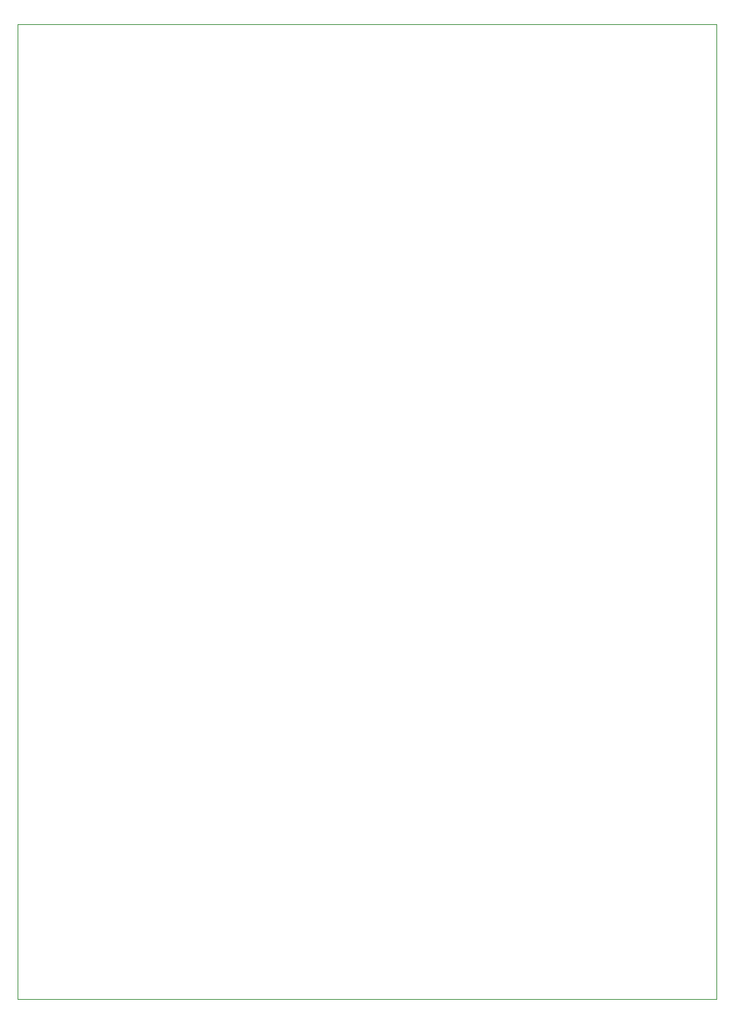
<source format=gbr>
G04 #@! TF.GenerationSoftware,KiCad,Pcbnew,(5.1.2-1)-1*
G04 #@! TF.CreationDate,2022-06-02T01:27:52-04:00*
G04 #@! TF.ProjectId,Cynare - CGS,43796e61-7265-4202-9d20-4347532e6b69,rev?*
G04 #@! TF.SameCoordinates,Original*
G04 #@! TF.FileFunction,Profile,NP*
%FSLAX46Y46*%
G04 Gerber Fmt 4.6, Leading zero omitted, Abs format (unit mm)*
G04 Created by KiCad (PCBNEW (5.1.2-1)-1) date 2022-06-02 01:27:52*
%MOMM*%
%LPD*%
G04 APERTURE LIST*
%ADD10C,0.050000*%
G04 APERTURE END LIST*
D10*
X94742000Y-13462000D02*
X94742000Y-125984000D01*
X13970000Y-125984000D02*
X94742000Y-125984000D01*
X13970000Y-13462000D02*
X13970000Y-125984000D01*
X13970000Y-13462000D02*
X94742000Y-13462000D01*
M02*

</source>
